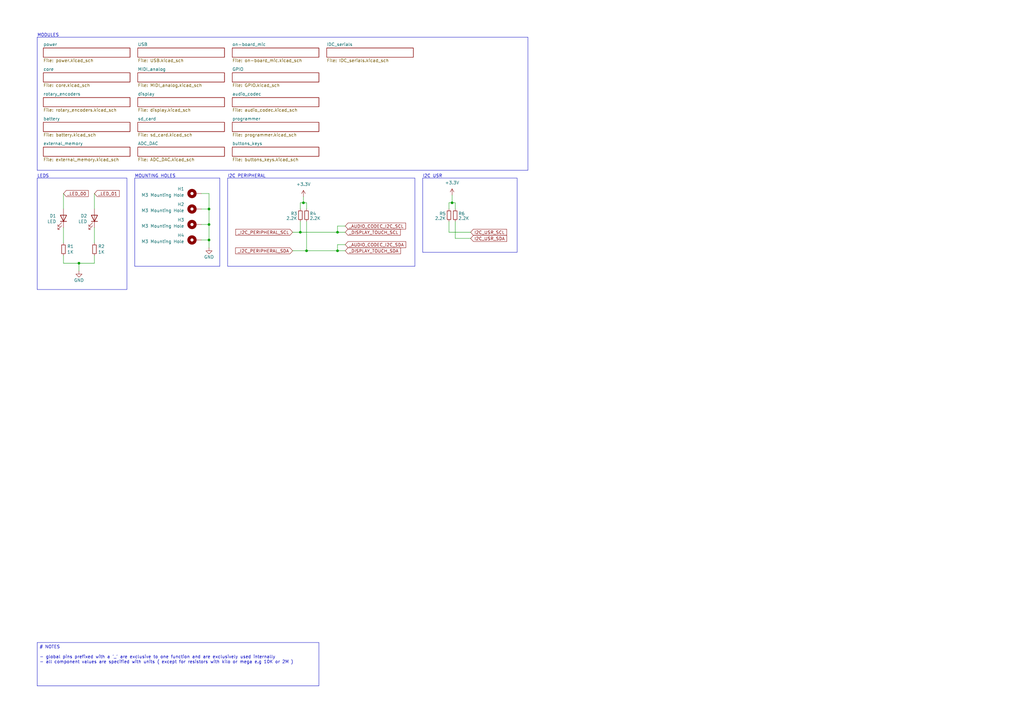
<source format=kicad_sch>
(kicad_sch (version 20231120) (generator "eeschema") (generator_version "8.0")
  (paper "A3")
  (title_block (title "KLST_PANDA") (date "2023-08-19") (rev "V1.0"))
  (lib_symbols
    (symbol "Device:LED" (pin_numbers hide) (pin_names (offset 1.016) hide)
      (property "Reference" "D" (at 0 2.54 0))
      (property "Value" "LED" (at 0 -2.54 0))
      (symbol "LED_0_1"
        (polyline (pts (xy -1.27 -1.27) (xy -1.27 1.27)) (stroke (width 0.254)))
        (polyline (pts (xy -1.27 0) (xy 1.27 0)))
        (polyline (pts (xy 1.27 -1.27) (xy 1.27 1.27) (xy -1.27 0) (xy 1.27 -1.27)) (stroke (width 0.254)))
        (polyline (pts (xy -3.048 -0.762) (xy -4.572 -2.286) (xy -3.81 -2.286) (xy -4.572 -2.286) (xy -4.572 -1.524)))
        (polyline (pts (xy -1.778 -0.762) (xy -3.302 -2.286) (xy -2.54 -2.286) (xy -3.302 -2.286) (xy -3.302 -1.524)))
      )
      (symbol "LED_1_1"
        (pin passive line (at -3.81 0 0) (length 2.54) (name "K") (number "1"))
        (pin passive line (at 3.81 0 180) (length 2.54) (name "A") (number "2"))
      )
    )
    (symbol "Device:R_Small" (pin_numbers hide) (pin_names (offset 0.254) hide)
      (property "Reference" "R" (at 0.762 0.508 0))
      (property "Value" "R_Small" (at 0.762 -1.016 0))
      (symbol "R_Small_0_1"
        (rectangle (start -0.762 1.778) (end 0.762 -1.778) (stroke (width 0.2032)))
      )
      (symbol "R_Small_1_1"
        (pin passive line (at 0 2.54 270) (length 0.762) (name "~") (number "1"))
        (pin passive line (at 0 -2.54 90) (length 0.762) (name "~") (number "2"))
      )
    )
    (symbol "Mechanical:MountingHole_Pad" (pin_numbers hide) (pin_names (offset 1.016) hide)
      (property "Reference" "H" (at 0 6.35 0))
      (property "Value" "MountingHole_Pad" (at 0 4.445 0))
      (symbol "MountingHole_Pad_0_1"
        (circle (center 0 1.27) (radius 1.27) (stroke (width 1.27)))
      )
      (symbol "MountingHole_Pad_1_1"
        (pin input line (at 0 -2.54 90) (length 2.54) (name "1") (number "1"))
      )
    )
    (symbol "power:+3.3V" (power) (pin_names (offset 0))
      (property "Value" "+3.3V" (at 0 3.556 0))
      (symbol "+3.3V_0_1"
        (polyline (pts (xy -0.762 1.27) (xy 0 2.54)))
        (polyline (pts (xy 0 0) (xy 0 2.54)))
        (polyline (pts (xy 0 2.54) (xy 0.762 1.27)))
      )
      (symbol "+3.3V_1_1"
        (pin power_in line (at 0 0 90) (length 0) hide (name "+3.3V") (number "1"))
      )
    )
    (symbol "power:GND" (power) (pin_names (offset 0))
      (property "Value" "GND" (at 0 -3.81 0))
      (symbol "GND_0_1"
        (polyline (pts (xy 0 0) (xy 0 -1.27) (xy 1.27 -1.27) (xy 0 -2.54) (xy -1.27 -1.27) (xy 0 -1.27)))
      )
      (symbol "GND_1_1"
        (pin power_in line (at 0 0 270) (length 0) hide (name "GND") (number "1"))
      )
    )
  )
  (junction (at 32.385 107.95))
  (junction (at 123.19 95.25))
  (junction (at 185.42 83.185))
  (junction (at 125.73 102.87))
  (junction (at 138.43 102.87))
  (junction (at 85.725 98.425))
  (junction (at 85.725 92.075))
  (junction (at 124.46 83.185))
  (junction (at 138.43 95.25))
  (junction (at 85.725 85.725))
  (wire (pts (xy 186.69 97.79) (xy 193.04 97.79)))
  (wire (pts (xy 82.55 98.425) (xy 85.725 98.425)))
  (wire (pts (xy 185.42 80.01) (xy 185.42 83.185)))
  (wire (pts (xy 123.19 90.805) (xy 123.19 95.25)))
  (wire (pts (xy 120.015 102.87) (xy 125.73 102.87)))
  (wire (pts (xy 138.43 92.71) (xy 141.605 92.71)))
  (wire (pts (xy 184.15 90.805) (xy 184.15 95.25)))
  (wire (pts (xy 138.43 92.71) (xy 138.43 95.25)))
  (wire (pts (xy 82.55 85.725) (xy 85.725 85.725)))
  (wire (pts (xy 32.385 107.95) (xy 32.385 111.125)))
  (wire (pts (xy 186.69 90.805) (xy 186.69 97.79)))
  (wire (pts (xy 125.73 102.87) (xy 138.43 102.87)))
  (wire (pts (xy 124.46 80.645) (xy 124.46 83.185)))
  (wire (pts (xy 138.43 100.33) (xy 138.43 102.87)))
  (wire (pts (xy 82.55 92.075) (xy 85.725 92.075)))
  (wire (pts (xy 125.73 90.805) (xy 125.73 102.87)))
  (wire (pts (xy 38.735 107.95) (xy 32.385 107.95)))
  (wire (pts (xy 184.15 95.25) (xy 193.04 95.25)))
  (wire (pts (xy 26.035 107.95) (xy 32.385 107.95)))
  (wire (pts (xy 123.19 83.185) (xy 123.19 85.725)))
  (wire (pts (xy 85.725 79.375) (xy 85.725 85.725)))
  (wire (pts (xy 124.46 83.185) (xy 125.73 83.185)))
  (wire (pts (xy 85.725 98.425) (xy 85.725 101.6)))
  (wire (pts (xy 26.035 104.775) (xy 26.035 107.95)))
  (wire (pts (xy 141.605 102.87) (xy 138.43 102.87)))
  (wire (pts (xy 85.725 92.075) (xy 85.725 98.425)))
  (wire (pts (xy 26.035 79.375) (xy 26.035 85.725)))
  (wire (pts (xy 184.15 83.185) (xy 184.15 85.725)))
  (wire (pts (xy 125.73 83.185) (xy 125.73 85.725)))
  (wire (pts (xy 82.55 79.375) (xy 85.725 79.375)))
  (wire (pts (xy 184.15 83.185) (xy 185.42 83.185)))
  (wire (pts (xy 123.19 95.25) (xy 138.43 95.25)))
  (wire (pts (xy 38.735 79.375) (xy 38.735 85.725)))
  (wire (pts (xy 38.735 104.775) (xy 38.735 107.95)))
  (wire (pts (xy 123.19 83.185) (xy 124.46 83.185)))
  (wire (pts (xy 138.43 100.33) (xy 141.605 100.33)))
  (wire (pts (xy 185.42 83.185) (xy 186.69 83.185)))
  (wire (pts (xy 38.735 93.345) (xy 38.735 99.695)))
  (wire (pts (xy 85.725 85.725) (xy 85.725 92.075)))
  (wire (pts (xy 120.015 95.25) (xy 123.19 95.25)))
  (wire (pts (xy 26.035 93.345) (xy 26.035 99.695)))
  (wire (pts (xy 186.69 83.185) (xy 186.69 85.725)))
  (wire (pts (xy 141.605 95.25) (xy 138.43 95.25)))
  (rectangle (start 93.345 73.025) (end 170.18 109.22))
  (rectangle (start 15.24 73.025) (end 52.07 118.745))
  (rectangle (start 55.245 73.025) (end 90.17 109.22))
  (rectangle (start 173.355 73.025) (end 212.09 103.505))
  (rectangle (start 15.24 15.24) (end 216.535 69.85))
  (text_box "# NOTES\n\n- global pins prefixed with a '_' are exclusive to one function and are exclusively used internally\n- all component values are specified with units ( except for resistors with kilo or mega e.g 10K or 2M )" (at 15.24 263.525 0) (size 115.57 17.78) (effects (font (size 1.27 1.27)) (justify left top)))
  (text "LEDS" (at 15.24 73.025 0) (effects (font (size 1.27 1.27)) (justify left bottom)))
  (text "MOUNTING HOLES" (at 55.245 73.025 0) (effects (font (size 1.27 1.27)) (justify left bottom)))
  (text "I2C PERIPHERAL" (at 93.345 73.025 0) (effects (font (size 1.27 1.27)) (justify left bottom)))
  (text "MODULES" (at 15.24 15.24 0) (effects (font (size 1.27 1.27)) (justify left bottom)))
  (text "I2C USR" (at 173.355 73.025 0) (effects (font (size 1.27 1.27)) (justify left bottom)))
  (global_label "_LED_01" (shape input) (at 38.735 79.375 0) (property "Intersheetrefs" "${INTERSHEET_REFS}" (effects (hide yes))))
  (global_label "_DISPLAY_TOUCH_SCL" (shape input) (at 141.605 95.25 0) (property "Intersheetrefs" "${INTERSHEET_REFS}" (effects (hide yes))))
  (global_label "I2C_USR_SCL" (shape input) (at 193.04 95.25 0) (property "Intersheetrefs" "${INTERSHEET_REFS}" (effects (hide yes))))
  (global_label "_I2C_PERIPHERAL_SCL" (shape input) (at 120.015 95.25 180) (property "Intersheetrefs" "${INTERSHEET_REFS}" (effects (hide yes))))
  (global_label "_I2C_PERIPHERAL_SDA" (shape input) (at 120.015 102.87 180) (property "Intersheetrefs" "${INTERSHEET_REFS}" (effects (hide yes))))
  (global_label "_LED_00" (shape input) (at 26.035 79.375 0) (property "Intersheetrefs" "${INTERSHEET_REFS}" (effects (hide yes))))
  (global_label "_AUDIO_CODEC_I2C_SCL" (shape input) (at 141.605 92.71 0) (property "Intersheetrefs" "${INTERSHEET_REFS}" (effects (hide yes))))
  (global_label "_AUDIO_CODEC_I2C_SDA" (shape input) (at 141.605 100.33 0) (property "Intersheetrefs" "${INTERSHEET_REFS}" (effects (hide yes))))
  (global_label "_DISPLAY_TOUCH_SDA" (shape input) (at 141.605 102.87 0) (property "Intersheetrefs" "${INTERSHEET_REFS}" (effects (hide yes))))
  (global_label "I2C_USR_SDA" (shape input) (at 193.04 97.79 0) (property "Intersheetrefs" "${INTERSHEET_REFS}" (effects (hide yes))))
  (symbol (lib_id "Device:R_Small") (at 186.69 88.265 0) (unit 1)
    (property "Reference" "R6" (at 187.96 87.63 0) (effects (justify left)))
    (property "Value" "2.2K" (at 187.96 89.535 0) (effects (justify left)))
    (property "Footprint" "Resistor_SMD:R_0402_1005Metric" (effects (hide yes)))
    (property "Description" "62.5mW" (effects (hide yes)))
    (property "JLCPCB" "C966835" (effects (hide yes)))
  )
  (symbol (lib_id "power:+3.3V") (at 185.42 80.01 0) (unit 1)
    (property "Reference" "#PWR04" (effects (hide yes)))
    (property "Value" "+3.3V" (at 185.42 74.93 0))
  )
  (symbol (lib_id "Mechanical:MountingHole_Pad") (at 80.01 98.425 90) (unit 1) (in_bom no)
    (property "Reference" "H4" (at 75.565 96.52 90) (effects (justify left)))
    (property "Value" "M3 Mounting Hole" (at 75.565 99.06 90) (effects (justify left)))
    (property "Footprint" "MountingHole:MountingHole_3.2mm_M3_Pad_Via" (effects (hide yes)))
  )
  (symbol (lib_id "Device:R_Small") (at 38.735 102.235 180) (unit 1)
    (property "Reference" "R2" (at 40.2336 101.0666 0) (effects (justify right)))
    (property "Value" "1K" (at 40.2336 103.378 0) (effects (justify right)))
    (property "Footprint" "Resistor_SMD:R_0805_2012Metric_Pad1.20x1.40mm_HandSolder" (effects (hide yes)))
    (property "Description" "125mW" (effects (hide yes)))
    (property "JLCPCB" "C17513" (effects (hide yes)))
  )
  (symbol (lib_id "Device:LED") (at 26.035 89.535 270) (mirror x) (unit 1)
    (property "Reference" "D1" (at 23.0378 88.5444 90) (effects (justify right)))
    (property "Value" "LED" (at 23.0378 90.8558 90) (effects (justify right)))
    (property "Footprint" "LED_SMD:LED_0805_2012Metric" (effects (hide yes)))
    (property "Description" "WHITE" (effects (hide yes)))
    (property "JLCPCB" "C34499" (effects (hide yes)))
  )
  (symbol (lib_id "Mechanical:MountingHole_Pad") (at 80.01 92.075 90) (unit 1) (in_bom no)
    (property "Reference" "H3" (at 75.565 90.17 90) (effects (justify left)))
    (property "Value" "M3 Mounting Hole" (at 75.565 92.71 90) (effects (justify left)))
    (property "Footprint" "MountingHole:MountingHole_3.2mm_M3_Pad_Via" (effects (hide yes)))
  )
  (symbol (lib_id "power:GND") (at 85.725 101.6 0) (unit 1)
    (property "Reference" "#PWR02" (effects (hide yes)))
    (property "Value" "GND" (at 85.725 105.41 0))
  )
  (symbol (lib_id "Device:R_Small") (at 123.19 88.265 0) (unit 1)
    (property "Reference" "R3" (at 121.92 87.63 0) (effects (justify right)))
    (property "Value" "2.2K" (at 121.92 89.535 0) (effects (justify right)))
    (property "Footprint" "Resistor_SMD:R_0402_1005Metric" (effects (hide yes)))
    (property "Description" "62.5mW" (effects (hide yes)))
    (property "JLCPCB" "C966835" (effects (hide yes)))
  )
  (symbol (lib_id "Device:LED") (at 38.735 89.535 270) (mirror x) (unit 1)
    (property "Reference" "D2" (at 35.7378 88.5444 90) (effects (justify right)))
    (property "Value" "LED" (at 35.7378 90.8558 90) (effects (justify right)))
    (property "Footprint" "LED_SMD:LED_0805_2012Metric" (effects (hide yes)))
    (property "Description" "WHITE" (effects (hide yes)))
    (property "JLCPCB" "C34499" (effects (hide yes)))
  )
  (symbol (lib_id "Mechanical:MountingHole_Pad") (at 80.01 85.725 90) (unit 1) (in_bom no)
    (property "Reference" "H2" (at 75.565 83.82 90) (effects (justify left)))
    (property "Value" "M3 Mounting Hole" (at 75.565 86.36 90) (effects (justify left)))
    (property "Footprint" "MountingHole:MountingHole_3.2mm_M3_Pad_Via" (effects (hide yes)))
  )
  (symbol (lib_id "Device:R_Small") (at 26.035 102.235 180) (unit 1)
    (property "Reference" "R1" (at 27.5336 101.0666 0) (effects (justify right)))
    (property "Value" "1K" (at 27.5336 103.378 0) (effects (justify right)))
    (property "Footprint" "Resistor_SMD:R_0805_2012Metric_Pad1.20x1.40mm_HandSolder" (effects (hide yes)))
    (property "Description" "125mW" (effects (hide yes)))
    (property "JLCPCB" "C17513" (effects (hide yes)))
  )
  (symbol (lib_id "Device:R_Small") (at 125.73 88.265 0) (unit 1)
    (property "Reference" "R4" (at 127 87.63 0) (effects (justify left)))
    (property "Value" "2.2K" (at 127 89.535 0) (effects (justify left)))
    (property "Footprint" "Resistor_SMD:R_0402_1005Metric" (effects (hide yes)))
    (property "Description" "62.5mW" (effects (hide yes)))
    (property "JLCPCB" "C966835" (effects (hide yes)))
  )
  (symbol (lib_id "Device:R_Small") (at 184.15 88.265 0) (unit 1)
    (property "Reference" "R5" (at 182.88 87.63 0) (effects (justify right)))
    (property "Value" "2.2K" (at 182.88 89.535 0) (effects (justify right)))
    (property "Footprint" "Resistor_SMD:R_0402_1005Metric" (effects (hide yes)))
    (property "Description" "62.5mW" (effects (hide yes)))
    (property "JLCPCB" "C966835" (effects (hide yes)))
  )
  (symbol (lib_id "Mechanical:MountingHole_Pad") (at 80.01 79.375 90) (unit 1) (in_bom no)
    (property "Reference" "H1" (at 75.565 77.47 90) (effects (justify left)))
    (property "Value" "M3 Mounting Hole" (at 75.565 80.01 90) (effects (justify left)))
    (property "Footprint" "MountingHole:MountingHole_3.2mm_M3_Pad_Via" (effects (hide yes)))
  )
  (symbol (lib_id "power:GND") (at 32.385 111.125 0) (unit 1)
    (property "Reference" "#PWR01" (effects (hide yes)))
    (property "Value" "GND" (at 32.385 114.935 0))
  )
  (symbol (lib_id "power:+3.3V") (at 124.46 80.645 0) (unit 1)
    (property "Reference" "#PWR03" (effects (hide yes)))
    (property "Value" "+3.3V" (at 124.46 75.565 0))
  )
  (sheet (at 56.515 29.845) (size 35.56 3.81) (stroke (width 0.1524))
    (property "Sheetname" "MIDI_analog" (at 56.515 29.1334 0) (effects (justify left bottom)))
    (property "Sheetfile" "MIDI_analog.kicad_sch" (at 56.515 34.2396 0) (effects (justify left top)))
  )
  (sheet (at 95.25 50.165) (size 35.56 3.81) (stroke (width 0.1524))
    (property "Sheetname" "programmer" (at 95.25 49.4534 0) (effects (justify left bottom)))
    (property "Sheetfile" "programmer.kicad_sch" (at 95.25 54.5596 0) (effects (justify left top)))
  )
  (sheet (at 95.25 19.685) (size 35.56 3.81) (stroke (width 0.1524))
    (property "Sheetname" "on-board_mic" (at 95.25 18.9734 0) (effects (justify left bottom)))
    (property "Sheetfile" "on-board_mic.kicad_sch" (at 95.25 24.0796 0) (effects (justify left top)))
  )
  (sheet (at 56.515 50.165) (size 35.56 3.81) (stroke (width 0.1524))
    (property "Sheetname" "sd_card" (at 56.515 49.4534 0) (effects (justify left bottom)))
    (property "Sheetfile" "sd_card.kicad_sch" (at 56.515 54.5596 0) (effects (justify left top)))
  )
  (sheet (at 95.25 29.845) (size 35.56 3.81) (stroke (width 0.1524))
    (property "Sheetname" "GPIO" (at 95.25 29.1334 0) (effects (justify left bottom)))
    (property "Sheetfile" "GPIO.kicad_sch" (at 95.25 34.2396 0) (effects (justify left top)))
  )
  (sheet (at 133.985 19.685) (size 35.56 3.81) (stroke (width 0.1524))
    (property "Sheetname" "IDC_serials" (at 133.985 18.9734 0) (effects (justify left bottom)))
    (property "Sheetfile" "IDC_serials.kicad_sch" (at 133.985 24.0796 0) (effects (justify left top)))
  )
  (sheet (at 17.78 50.165) (size 35.56 3.81) (stroke (width 0.1524))
    (property "Sheetname" "battery" (at 17.78 49.4534 0) (effects (justify left bottom)))
    (property "Sheetfile" "battery.kicad_sch" (at 17.78 54.5596 0) (effects (justify left top)))
  )
  (sheet (at 95.25 40.005) (size 35.56 3.81) (stroke (width 0.1524))
    (property "Sheetname" "audio_codec" (at 95.25 39.2934 0) (effects (justify left bottom)))
    (property "Sheetfile" "audio_codec.kicad_sch" (at 95.25 44.3996 0) (effects (justify left top)))
  )
  (sheet (at 56.515 60.325) (size 35.56 3.81) (stroke (width 0.1524))
    (property "Sheetname" "ADC_DAC" (at 56.515 59.6134 0) (effects (justify left bottom)))
    (property "Sheetfile" "ADC_DAC.kicad_sch" (at 56.515 64.7196 0) (effects (justify left top)))
  )
  (sheet (at 17.78 40.005) (size 35.56 3.81) (stroke (width 0.1524))
    (property "Sheetname" "rotary_encoders" (at 17.78 39.2934 0) (effects (justify left bottom)))
    (property "Sheetfile" "rotary_encoders.kicad_sch" (at 17.78 44.3996 0) (effects (justify left top)))
  )
  (sheet (at 56.515 19.685) (size 35.56 3.81) (stroke (width 0.1524))
    (property "Sheetname" "USB" (at 56.515 18.9734 0) (effects (justify left bottom)))
    (property "Sheetfile" "USB.kicad_sch" (at 56.515 24.0796 0) (effects (justify left top)))
  )
  (sheet (at 17.78 29.845) (size 35.56 3.81) (stroke (width 0.1524))
    (property "Sheetname" "core" (at 17.78 29.1334 0) (effects (justify left bottom)))
    (property "Sheetfile" "core.kicad_sch" (at 17.78 34.2396 0) (effects (justify left top)))
  )
  (sheet (at 56.515 40.005) (size 35.56 3.81) (stroke (width 0.1524))
    (property "Sheetname" "display" (at 56.515 39.2934 0) (effects (justify left bottom)))
    (property "Sheetfile" "display.kicad_sch" (at 56.515 44.3996 0) (effects (justify left top)))
  )
  (sheet (at 17.78 19.685) (size 35.56 3.81) (stroke (width 0.1524))
    (property "Sheetname" "power" (at 17.78 18.9734 0) (effects (justify left bottom)))
    (property "Sheetfile" "power.kicad_sch" (at 17.78 24.0796 0) (effects (justify left top)))
  )
  (sheet (at 95.25 60.325) (size 35.56 3.81) (stroke (width 0.1524))
    (property "Sheetname" "buttons_keys" (at 95.25 59.6134 0) (effects (justify left bottom)))
    (property "Sheetfile" "buttons_keys.kicad_sch" (at 95.25 64.7196 0) (effects (justify left top)))
  )
  (sheet (at 17.78 60.325) (size 35.56 3.81) (stroke (width 0.1524))
    (property "Sheetname" "external_memory" (at 17.78 59.6134 0) (effects (justify left bottom)))
    (property "Sheetfile" "external_memory.kicad_sch" (at 17.78 64.7196 0) (effects (justify left top)))
  )
)
</source>
